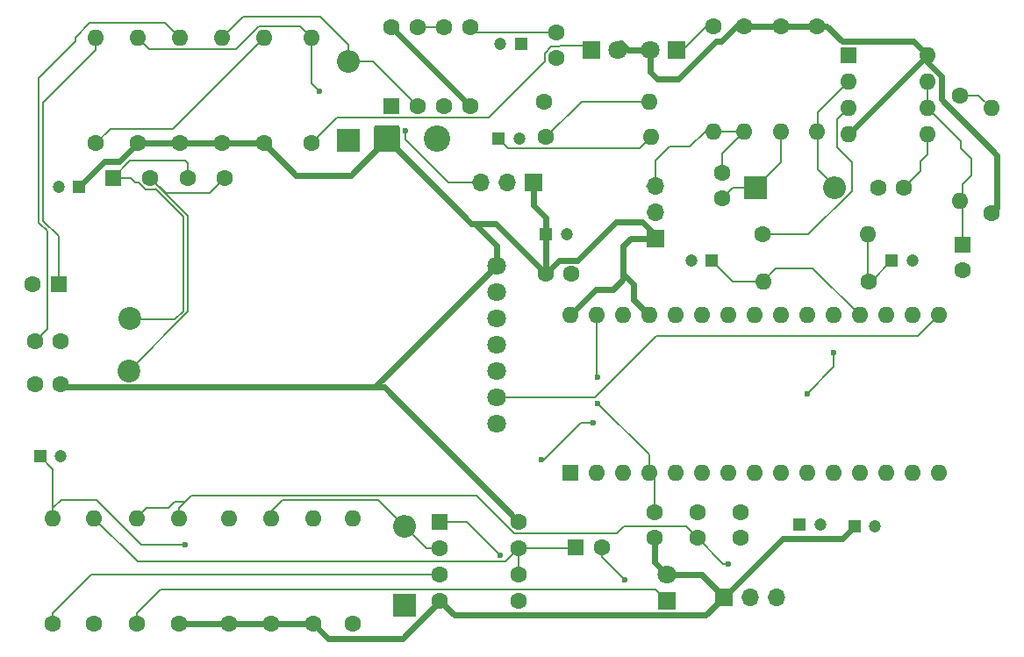
<source format=gtl>
%TF.GenerationSoftware,KiCad,Pcbnew,9.0.0*%
%TF.CreationDate,2025-03-25T19:27:28-07:00*%
%TF.ProjectId,Speedometer,53706565-646f-46d6-9574-65722e6b6963,v1*%
%TF.SameCoordinates,Original*%
%TF.FileFunction,Copper,L1,Top*%
%TF.FilePolarity,Positive*%
%FSLAX46Y46*%
G04 Gerber Fmt 4.6, Leading zero omitted, Abs format (unit mm)*
G04 Created by KiCad (PCBNEW 9.0.0) date 2025-03-25 19:27:28*
%MOMM*%
%LPD*%
G01*
G04 APERTURE LIST*
G04 Aperture macros list*
%AMRoundRect*
0 Rectangle with rounded corners*
0 $1 Rounding radius*
0 $2 $3 $4 $5 $6 $7 $8 $9 X,Y pos of 4 corners*
0 Add a 4 corners polygon primitive as box body*
4,1,4,$2,$3,$4,$5,$6,$7,$8,$9,$2,$3,0*
0 Add four circle primitives for the rounded corners*
1,1,$1+$1,$2,$3*
1,1,$1+$1,$4,$5*
1,1,$1+$1,$6,$7*
1,1,$1+$1,$8,$9*
0 Add four rect primitives between the rounded corners*
20,1,$1+$1,$2,$3,$4,$5,0*
20,1,$1+$1,$4,$5,$6,$7,0*
20,1,$1+$1,$6,$7,$8,$9,0*
20,1,$1+$1,$8,$9,$2,$3,0*%
G04 Aperture macros list end*
%TA.AperFunction,ComponentPad*%
%ADD10O,1.600000X1.600000*%
%TD*%
%TA.AperFunction,ComponentPad*%
%ADD11C,1.600000*%
%TD*%
%TA.AperFunction,ComponentPad*%
%ADD12RoundRect,0.250000X-0.550000X-0.550000X0.550000X-0.550000X0.550000X0.550000X-0.550000X0.550000X0*%
%TD*%
%TA.AperFunction,ComponentPad*%
%ADD13R,1.700000X1.700000*%
%TD*%
%TA.AperFunction,ComponentPad*%
%ADD14O,1.700000X1.700000*%
%TD*%
%TA.AperFunction,ComponentPad*%
%ADD15R,2.200000X2.200000*%
%TD*%
%TA.AperFunction,ComponentPad*%
%ADD16O,2.200000X2.200000*%
%TD*%
%TA.AperFunction,ComponentPad*%
%ADD17R,1.800000X1.800000*%
%TD*%
%TA.AperFunction,ComponentPad*%
%ADD18C,1.800000*%
%TD*%
%TA.AperFunction,ComponentPad*%
%ADD19R,1.600000X1.600000*%
%TD*%
%TA.AperFunction,ComponentPad*%
%ADD20R,1.200000X1.200000*%
%TD*%
%TA.AperFunction,ComponentPad*%
%ADD21C,1.200000*%
%TD*%
%TA.AperFunction,ComponentPad*%
%ADD22RoundRect,0.250000X0.550000X-0.550000X0.550000X0.550000X-0.550000X0.550000X-0.550000X-0.550000X0*%
%TD*%
%TA.AperFunction,ComponentPad*%
%ADD23RoundRect,0.249999X-1.025001X-1.025001X1.025001X-1.025001X1.025001X1.025001X-1.025001X1.025001X0*%
%TD*%
%TA.AperFunction,ComponentPad*%
%ADD24C,2.550000*%
%TD*%
%TA.AperFunction,ComponentPad*%
%ADD25C,2.200000*%
%TD*%
%TA.AperFunction,ViaPad*%
%ADD26C,0.600000*%
%TD*%
%TA.AperFunction,Conductor*%
%ADD27C,0.200000*%
%TD*%
%TA.AperFunction,Conductor*%
%ADD28C,0.600000*%
%TD*%
G04 APERTURE END LIST*
D10*
%TO.P,R8,2*%
%TO.N,/Filter1.2*%
X69450000Y-96600000D03*
D11*
%TO.P,R8,1*%
%TO.N,/NE555_Out2*%
X69450000Y-106760000D03*
%TD*%
D10*
%TO.P,R18,2*%
%TO.N,/Hall_Out2*%
X81600000Y-96600000D03*
D11*
%TO.P,R18,1*%
%TO.N,+5V*%
X81600000Y-106760000D03*
%TD*%
D10*
%TO.P,R16,2*%
%TO.N,/Hall_Out2*%
X77550000Y-96600000D03*
D11*
%TO.P,R16,1*%
%TO.N,Net-(D5-K)*%
X77550000Y-106760000D03*
%TD*%
D10*
%TO.P,R23,2*%
%TO.N,Net-(R23-Pad2)*%
X94550000Y-96600000D03*
D11*
%TO.P,R23,1*%
%TO.N,+5V*%
X94550000Y-106760000D03*
%TD*%
D10*
%TO.P,R19,2*%
%TO.N,/Diff2*%
X86450000Y-96600000D03*
D11*
%TO.P,R19,1*%
%TO.N,+5V*%
X86450000Y-106760000D03*
%TD*%
D10*
%TO.P,R24,2*%
%TO.N,/DIS_THR2*%
X73400000Y-96600000D03*
D11*
%TO.P,R24,1*%
%TO.N,Net-(R23-Pad2)*%
X73400000Y-106760000D03*
%TD*%
D10*
%TO.P,R22,2*%
%TO.N,/Rect2*%
X90500000Y-96600000D03*
D11*
%TO.P,R22,1*%
%TO.N,+5V*%
X90500000Y-106760000D03*
%TD*%
D10*
%TO.P,R10,2*%
%TO.N,/Nano_Input2*%
X98400000Y-96600000D03*
D11*
%TO.P,R10,1*%
%TO.N,/Filter1.2*%
X98400000Y-106760000D03*
%TD*%
D12*
%TO.P,U6,1,GND*%
%TO.N,GND*%
X106795000Y-96990000D03*
D11*
%TO.P,U6,2,TR*%
%TO.N,/Rect2*%
X106795000Y-99530000D03*
%TO.P,U6,3,Q*%
%TO.N,/NE555_Out2*%
X106795000Y-102070000D03*
%TO.P,U6,4,R*%
%TO.N,+5V*%
X106795000Y-104610000D03*
%TO.P,U6,5,CV*%
%TO.N,/CV2*%
X114415000Y-104610000D03*
%TO.P,U6,6,THR*%
%TO.N,/DIS_THR2*%
X114415000Y-102070000D03*
%TO.P,U6,7,DIS*%
X114415000Y-99530000D03*
%TO.P,U6,8,VCC*%
%TO.N,+5V*%
X114415000Y-96990000D03*
%TD*%
D13*
%TO.P,U4,1,Vcc*%
%TO.N,+5V*%
X134220000Y-104220000D03*
D14*
%TO.P,U4,2,GND*%
%TO.N,GND*%
X136760000Y-104220000D03*
%TO.P,U4,3,OUT*%
%TO.N,/Hall_Out2*%
X139300000Y-104220000D03*
%TD*%
D15*
%TO.P,D6,1,K*%
%TO.N,/Diff2*%
X103400000Y-105020000D03*
D16*
%TO.P,D6,2,A*%
%TO.N,/Rect2*%
X103400000Y-97400000D03*
%TD*%
D17*
%TO.P,D5,1,K*%
%TO.N,Net-(D5-K)*%
X128660000Y-104580000D03*
D18*
%TO.P,D5,2,A*%
%TO.N,+5V*%
X128660000Y-102040000D03*
%TD*%
D19*
%TO.P,C21,1*%
%TO.N,/DIS_THR2*%
X119900000Y-99400000D03*
D11*
%TO.P,C21,2*%
%TO.N,GND*%
X122400000Y-99400000D03*
%TD*%
%TO.P,C20,1*%
%TO.N,GND*%
X135800000Y-98500000D03*
%TO.P,C20,2*%
%TO.N,/CV2*%
X135800000Y-96000000D03*
%TD*%
%TO.P,C18,1*%
%TO.N,/Hall_Out2*%
X131650000Y-98500000D03*
%TO.P,C18,2*%
%TO.N,/Diff2*%
X131650000Y-96000000D03*
%TD*%
%TO.P,C13,1*%
%TO.N,+5V*%
X127500000Y-98500000D03*
%TO.P,C13,2*%
%TO.N,GND*%
X127500000Y-96000000D03*
%TD*%
D20*
%TO.P,C12,1*%
%TO.N,+5V*%
X146800000Y-97400000D03*
D21*
%TO.P,C12,2*%
%TO.N,GND*%
X148800000Y-97400000D03*
%TD*%
D20*
%TO.P,C9,1*%
%TO.N,/Nano_Input2*%
X141500000Y-97200000D03*
D21*
%TO.P,C9,2*%
%TO.N,GND*%
X143500000Y-97200000D03*
%TD*%
D20*
%TO.P,C7,1*%
%TO.N,/Filter1.2*%
X68200000Y-90600000D03*
D21*
%TO.P,C7,2*%
%TO.N,GND*%
X70200000Y-90600000D03*
%TD*%
D17*
%TO.P,D1,1,K*%
%TO.N,Net-(D1-K)*%
X129600000Y-51400000D03*
D18*
%TO.P,D1,2,A*%
%TO.N,+5V*%
X127060000Y-51400000D03*
%TD*%
D11*
%TO.P,C14,1*%
%TO.N,/Hall_Out1*%
X70200000Y-79550000D03*
%TO.P,C14,2*%
%TO.N,/Diff1*%
X67700000Y-79550000D03*
%TD*%
%TO.P,C2,1*%
%TO.N,+5V*%
X117000000Y-73000000D03*
%TO.P,C2,2*%
%TO.N,GND*%
X119500000Y-73000000D03*
%TD*%
%TO.P,C11,1*%
%TO.N,+5V*%
X70200000Y-83700000D03*
%TO.P,C11,2*%
%TO.N,GND*%
X67700000Y-83700000D03*
%TD*%
D20*
%TO.P,C15,1*%
%TO.N,/Filter1.1*%
X114600000Y-50800000D03*
D21*
%TO.P,C15,2*%
%TO.N,GND*%
X112600000Y-50800000D03*
%TD*%
D22*
%TO.P,U5,1,GND*%
%TO.N,GND*%
X102120000Y-56820000D03*
D11*
%TO.P,U5,2,TR*%
%TO.N,/Rect1*%
X104660000Y-56820000D03*
%TO.P,U5,3,Q*%
%TO.N,/NE555_Out1*%
X107200000Y-56820000D03*
%TO.P,U5,4,R*%
%TO.N,+5V*%
X109740000Y-56820000D03*
%TO.P,U5,5,CV*%
%TO.N,/CV1*%
X109740000Y-49200000D03*
%TO.P,U5,6,THR*%
%TO.N,/DIS_THR1*%
X107200000Y-49200000D03*
%TO.P,U5,7,DIS*%
X104660000Y-49200000D03*
%TO.P,U5,8,VCC*%
%TO.N,+5V*%
X102120000Y-49200000D03*
%TD*%
%TO.P,R1,1*%
%TO.N,Net-(D1-K)*%
X133181046Y-49094564D03*
D10*
%TO.P,R1,2*%
%TO.N,/Hall_Out*%
X133181046Y-59254564D03*
%TD*%
D11*
%TO.P,R11,1*%
%TO.N,Net-(D3-K)*%
X94400000Y-60360000D03*
D10*
%TO.P,R11,2*%
%TO.N,/Hall_Out1*%
X94400000Y-50200000D03*
%TD*%
D11*
%TO.P,R3,1*%
%TO.N,+5V*%
X139681046Y-49094564D03*
D10*
%TO.P,R3,2*%
%TO.N,/Diff*%
X139681046Y-59254564D03*
%TD*%
D19*
%TO.P,UNIT_2,1,D1/TX*%
%TO.N,unconnected-(UNIT_2-D1{slash}TX-Pad1)*%
X119340000Y-92240000D03*
D10*
%TO.P,UNIT_2,2,D0/RX*%
%TO.N,unconnected-(UNIT_2-D0{slash}RX-Pad2)*%
X121880000Y-92240000D03*
%TO.P,UNIT_2,3,RESET*%
%TO.N,unconnected-(UNIT_2-RESET-Pad3)*%
X124420000Y-92240000D03*
%TO.P,UNIT_2,4,COM/GND*%
%TO.N,GND*%
X126960000Y-92240000D03*
%TO.P,UNIT_2,5,D2*%
%TO.N,unconnected-(UNIT_2-D2-Pad5)*%
X129500000Y-92240000D03*
%TO.P,UNIT_2,6,D3*%
%TO.N,unconnected-(UNIT_2-D3-Pad6)*%
X132040000Y-92240000D03*
%TO.P,UNIT_2,7,D4*%
%TO.N,unconnected-(UNIT_2-D4-Pad7)*%
X134580000Y-92240000D03*
%TO.P,UNIT_2,8,D5*%
%TO.N,unconnected-(UNIT_2-D5-Pad8)*%
X137120000Y-92240000D03*
%TO.P,UNIT_2,9,D6*%
%TO.N,unconnected-(UNIT_2-D6-Pad9)*%
X139660000Y-92240000D03*
%TO.P,UNIT_2,10,D7*%
%TO.N,unconnected-(UNIT_2-D7-Pad10)*%
X142200000Y-92240000D03*
%TO.P,UNIT_2,11,D8*%
%TO.N,unconnected-(UNIT_2-D8-Pad11)*%
X144740000Y-92240000D03*
%TO.P,UNIT_2,12,D9*%
%TO.N,unconnected-(UNIT_2-D9-Pad12)*%
X147280000Y-92240000D03*
%TO.P,UNIT_2,13,D10*%
%TO.N,CS*%
X149820000Y-92240000D03*
%TO.P,UNIT_2,14,D11/MOSI*%
%TO.N,SI*%
X152360000Y-92240000D03*
%TO.P,UNIT_2,15,D12/MISO*%
%TO.N,SO*%
X154900000Y-92240000D03*
%TO.P,UNIT_2,16,D13/SCK*%
%TO.N,SCK*%
X154900000Y-77000000D03*
%TO.P,UNIT_2,17,3V3*%
%TO.N,unconnected-(UNIT_2-3V3-Pad17)*%
X152360000Y-77000000D03*
%TO.P,UNIT_2,18,AREF*%
%TO.N,unconnected-(UNIT_2-AREF-Pad18)*%
X149820000Y-77000000D03*
%TO.P,UNIT_2,19,A0*%
%TO.N,/Nano_Input*%
X147280000Y-77000000D03*
%TO.P,UNIT_2,20,A1*%
%TO.N,/Nano_Input1*%
X144740000Y-77000000D03*
%TO.P,UNIT_2,21,A2*%
%TO.N,/Nano_Input2*%
X142200000Y-77000000D03*
%TO.P,UNIT_2,22,A3*%
%TO.N,unconnected-(UNIT_2-A3-Pad22)*%
X139660000Y-77000000D03*
%TO.P,UNIT_2,23,A4*%
%TO.N,unconnected-(UNIT_2-A4-Pad23)*%
X137120000Y-77000000D03*
%TO.P,UNIT_2,24,A5*%
%TO.N,unconnected-(UNIT_2-A5-Pad24)*%
X134580000Y-77000000D03*
%TO.P,UNIT_2,25,A6*%
%TO.N,unconnected-(UNIT_2-A6-Pad25)*%
X132040000Y-77000000D03*
%TO.P,UNIT_2,26,A7*%
%TO.N,unconnected-(UNIT_2-A7-Pad26)*%
X129500000Y-77000000D03*
%TO.P,UNIT_2,27,+5V*%
%TO.N,+5V*%
X126960000Y-77000000D03*
%TO.P,UNIT_2,28,RESET*%
%TO.N,unconnected-(UNIT_2-RESET-Pad28)*%
X124420000Y-77000000D03*
%TO.P,UNIT_2,29,COM/GND*%
%TO.N,GND*%
X121880000Y-77000000D03*
%TO.P,UNIT_2,30,VIN*%
%TO.N,+5V*%
X119340000Y-77000000D03*
%TD*%
D20*
%TO.P,C1,1*%
%TO.N,+5V*%
X117000000Y-69200000D03*
D21*
%TO.P,C1,2*%
%TO.N,GND*%
X119000000Y-69200000D03*
%TD*%
D11*
%TO.P,R13,1*%
%TO.N,/NE555_Out1*%
X116800000Y-56400000D03*
D10*
%TO.P,R13,2*%
%TO.N,/Filter1.1*%
X126960000Y-56400000D03*
%TD*%
D11*
%TO.P,R7,1*%
%TO.N,/NE555_Out*%
X137885988Y-69238035D03*
D10*
%TO.P,R7,2*%
%TO.N,/Filter1*%
X148045988Y-69238035D03*
%TD*%
D11*
%TO.P,R12,1*%
%TO.N,+5V*%
X77650000Y-60360000D03*
D10*
%TO.P,R12,2*%
%TO.N,/Hall_Out1*%
X77650000Y-50200000D03*
%TD*%
D11*
%TO.P,C3,1*%
%TO.N,/Hall_Out*%
X134045988Y-63238035D03*
%TO.P,C3,2*%
%TO.N,/Diff*%
X134045988Y-65738035D03*
%TD*%
%TO.P,R2,1*%
%TO.N,+5V*%
X136181046Y-49094564D03*
D10*
%TO.P,R2,2*%
%TO.N,/Hall_Out*%
X136181046Y-59254564D03*
%TD*%
D11*
%TO.P,R5,1*%
%TO.N,+5V*%
X160000000Y-67200000D03*
D10*
%TO.P,R5,2*%
%TO.N,Net-(R5-Pad2)*%
X160000000Y-57040000D03*
%TD*%
D11*
%TO.P,R20,1*%
%TO.N,+5V*%
X89800000Y-60360000D03*
D10*
%TO.P,R20,2*%
%TO.N,Net-(R20-Pad2)*%
X89800000Y-50200000D03*
%TD*%
D20*
%TO.P,C6,1*%
%TO.N,/Filter1*%
X150400000Y-71738035D03*
D21*
%TO.P,C6,2*%
%TO.N,GND*%
X152400000Y-71738035D03*
%TD*%
D23*
%TO.P,J1,1,Pin_1*%
%TO.N,+5V*%
X101700000Y-60000000D03*
D24*
%TO.P,J1,2,Pin_2*%
%TO.N,GND*%
X106500000Y-60000000D03*
%TD*%
D11*
%TO.P,C17,1*%
%TO.N,GND*%
X118000000Y-52200000D03*
%TO.P,C17,2*%
%TO.N,/CV1*%
X118000000Y-49700000D03*
%TD*%
%TO.P,R6,1*%
%TO.N,Net-(R5-Pad2)*%
X157000000Y-55800000D03*
D10*
%TO.P,R6,2*%
%TO.N,/DIS_THR*%
X157000000Y-65960000D03*
%TD*%
D11*
%TO.P,R15,1*%
%TO.N,/Filter1.1*%
X117040000Y-59800000D03*
D10*
%TO.P,R15,2*%
%TO.N,/Nano_Input1*%
X127200000Y-59800000D03*
%TD*%
D12*
%TO.P,J2,1,Pin_1*%
%TO.N,Low*%
X75250000Y-63750000D03*
D11*
%TO.P,J2,2,Pin_2*%
%TO.N,High*%
X78850000Y-63750000D03*
%TO.P,J2,3,Pin_3*%
%TO.N,Low*%
X82450000Y-63750000D03*
%TO.P,J2,4,Pin_4*%
%TO.N,High*%
X86050000Y-63750000D03*
%TD*%
%TO.P,C4,1*%
%TO.N,GND*%
X149065988Y-64738035D03*
%TO.P,C4,2*%
%TO.N,/CV*%
X151565988Y-64738035D03*
%TD*%
D15*
%TO.P,D4,1,K*%
%TO.N,/Diff1*%
X98000000Y-60110000D03*
D16*
%TO.P,D4,2,A*%
%TO.N,/Rect1*%
X98000000Y-52490000D03*
%TD*%
D19*
%TO.P,U2,1,GND*%
%TO.N,GND*%
X146245988Y-51938035D03*
D10*
%TO.P,U2,2,TR*%
%TO.N,/Rect*%
X146245988Y-54478035D03*
%TO.P,U2,3,Q*%
%TO.N,/NE555_Out*%
X146245988Y-57018035D03*
%TO.P,U2,4,R*%
%TO.N,+5V*%
X146245988Y-59558035D03*
%TO.P,U2,5,CV*%
%TO.N,/CV*%
X153865988Y-59558035D03*
%TO.P,U2,6,THR*%
%TO.N,/DIS_THR*%
X153865988Y-57018035D03*
%TO.P,U2,7,DIS*%
X153865988Y-54478035D03*
%TO.P,U2,8,VCC*%
%TO.N,+5V*%
X153865988Y-51938035D03*
%TD*%
D19*
%TO.P,C5,1*%
%TO.N,/DIS_THR*%
X157200000Y-70200000D03*
D11*
%TO.P,C5,2*%
%TO.N,GND*%
X157200000Y-72700000D03*
%TD*%
D15*
%TO.P,D2,1,K*%
%TO.N,/Diff*%
X137235988Y-64738035D03*
D16*
%TO.P,D2,2,A*%
%TO.N,/Rect*%
X144855988Y-64738035D03*
%TD*%
D11*
%TO.P,R9,1*%
%TO.N,/Filter1*%
X148125988Y-73738035D03*
D10*
%TO.P,R9,2*%
%TO.N,/Nano_Input*%
X137965988Y-73738035D03*
%TD*%
D20*
%TO.P,C16,1*%
%TO.N,/Nano_Input1*%
X112427401Y-60000000D03*
D21*
%TO.P,C16,2*%
%TO.N,GND*%
X114427401Y-60000000D03*
%TD*%
D13*
%TO.P,U1,1,Vcc*%
%TO.N,+5V*%
X127600000Y-69600000D03*
D14*
%TO.P,U1,2,GND*%
%TO.N,GND*%
X127600000Y-67060000D03*
%TO.P,U1,3,OUT*%
%TO.N,/Hall_Out*%
X127600000Y-64520000D03*
%TD*%
D11*
%TO.P,R4,1*%
%TO.N,+5V*%
X143181046Y-49094564D03*
D10*
%TO.P,R4,2*%
%TO.N,/Rect*%
X143181046Y-59254564D03*
%TD*%
D13*
%TO.P,U3,1,Vcc*%
%TO.N,+5V*%
X115800000Y-64200000D03*
D14*
%TO.P,U3,2,GND*%
%TO.N,GND*%
X113260000Y-64200000D03*
%TO.P,U3,3,OUT*%
%TO.N,/Hall_Out1*%
X110720000Y-64200000D03*
%TD*%
D20*
%TO.P,C8,1*%
%TO.N,/Nano_Input*%
X133045988Y-71738035D03*
D21*
%TO.P,C8,2*%
%TO.N,GND*%
X131045988Y-71738035D03*
%TD*%
D20*
%TO.P,C10,1*%
%TO.N,+5V*%
X72000000Y-64600000D03*
D21*
%TO.P,C10,2*%
%TO.N,GND*%
X70000000Y-64600000D03*
%TD*%
D19*
%TO.P,C19,1*%
%TO.N,/DIS_THR1*%
X70000000Y-74000000D03*
D11*
%TO.P,C19,2*%
%TO.N,GND*%
X67500000Y-74000000D03*
%TD*%
D18*
%TO.P,UNIT_1,1,INT*%
%TO.N,unconnected-(UNIT_1-INT-Pad1)*%
X112260000Y-87470000D03*
%TO.P,UNIT_1,2,SCK*%
%TO.N,SCK*%
X112260000Y-84930000D03*
%TO.P,UNIT_1,3,SI*%
%TO.N,SI*%
X112260000Y-82390000D03*
%TO.P,UNIT_1,4,SO*%
%TO.N,SO*%
X112260000Y-79850000D03*
%TO.P,UNIT_1,5,CS*%
%TO.N,CS*%
X112260000Y-77310000D03*
%TO.P,UNIT_1,6,GND*%
%TO.N,GND*%
X112260000Y-74770000D03*
%TO.P,UNIT_1,7,VCC*%
%TO.N,+5V*%
X112260000Y-72230000D03*
D25*
%TO.P,UNIT_1,8,High_CAN*%
%TO.N,High*%
X76820000Y-82370000D03*
%TO.P,UNIT_1,9,Low_CAN*%
%TO.N,Low*%
X76840000Y-77290000D03*
%TD*%
D11*
%TO.P,R17,1*%
%TO.N,+5V*%
X85750000Y-60360000D03*
D10*
%TO.P,R17,2*%
%TO.N,/Rect1*%
X85750000Y-50200000D03*
%TD*%
D11*
%TO.P,R14,1*%
%TO.N,+5V*%
X81700000Y-60360000D03*
D10*
%TO.P,R14,2*%
%TO.N,/Diff1*%
X81700000Y-50200000D03*
%TD*%
D11*
%TO.P,R21,1*%
%TO.N,Net-(R20-Pad2)*%
X73600000Y-60360000D03*
D10*
%TO.P,R21,2*%
%TO.N,/DIS_THR1*%
X73600000Y-50200000D03*
%TD*%
D17*
%TO.P,D3,1,K*%
%TO.N,Net-(D3-K)*%
X121400000Y-51400000D03*
D18*
%TO.P,D3,2,A*%
%TO.N,+5V*%
X123940000Y-51400000D03*
%TD*%
D26*
%TO.N,GND*%
X124600000Y-102600000D03*
X112600000Y-100200000D03*
%TO.N,/Nano_Input2*%
X142200000Y-84600000D03*
X121600000Y-87400000D03*
X116600000Y-91000000D03*
X144800000Y-80600000D03*
%TO.N,/Hall_Out2*%
X134600000Y-101000000D03*
%TO.N,/Filter1.2*%
X82200000Y-99200000D03*
%TO.N,GND*%
X122000000Y-85500000D03*
X122000000Y-83000000D03*
%TO.N,/Hall_Out1*%
X103475000Y-59203603D03*
X95200000Y-55400000D03*
%TD*%
D27*
%TO.N,GND*%
X122400000Y-100400000D02*
X124600000Y-102600000D01*
X122400000Y-99400000D02*
X122400000Y-100400000D01*
X109390000Y-96990000D02*
X112600000Y-100200000D01*
X106795000Y-96990000D02*
X109390000Y-96990000D01*
%TO.N,/Hall_Out1*%
X103475000Y-60075000D02*
X103475000Y-59203603D01*
X107600000Y-64200000D02*
X103475000Y-60075000D01*
X110720000Y-64200000D02*
X107600000Y-64200000D01*
%TO.N,Net-(R20-Pad2)*%
X81050000Y-59000000D02*
X89800000Y-50250000D01*
X73600000Y-60410000D02*
X75010000Y-59000000D01*
X75010000Y-59000000D02*
X81050000Y-59000000D01*
%TO.N,/Hall_Out1*%
X87141950Y-51351000D02*
X78751000Y-51351000D01*
X78751000Y-51351000D02*
X77650000Y-50250000D01*
X87141950Y-51301000D02*
X87141950Y-51351000D01*
X89343950Y-49099000D02*
X87141950Y-51301000D01*
X93299000Y-49099000D02*
X89343950Y-49099000D01*
X94400000Y-50200000D02*
X93299000Y-49099000D01*
%TO.N,/Rect1*%
X98000000Y-50934366D02*
X98000000Y-52490000D01*
X95265634Y-48200000D02*
X98000000Y-50934366D01*
X85750000Y-50250000D02*
X87800000Y-48200000D01*
X87800000Y-48200000D02*
X95265634Y-48200000D01*
%TO.N,GND*%
X127500000Y-92780000D02*
X126960000Y-92240000D01*
X127500000Y-96000000D02*
X127500000Y-92780000D01*
%TO.N,/Filter1.2*%
X73619000Y-94819000D02*
X70271000Y-94819000D01*
X78000000Y-99200000D02*
X73619000Y-94819000D01*
X82200000Y-99200000D02*
X78000000Y-99200000D01*
X70271000Y-94819000D02*
X69450000Y-95640000D01*
%TO.N,/Diff1*%
X68899000Y-78351000D02*
X67700000Y-79550000D01*
X68098000Y-68065100D02*
X68899000Y-68866100D01*
X71600000Y-50600000D02*
X68098000Y-54102000D01*
X68899000Y-68866100D02*
X68899000Y-78351000D01*
X73000000Y-48800000D02*
X71600000Y-50200000D01*
X80250000Y-48800000D02*
X73000000Y-48800000D01*
X71600000Y-50200000D02*
X71600000Y-50600000D01*
X68098000Y-54102000D02*
X68098000Y-68065100D01*
X81700000Y-50250000D02*
X80250000Y-48800000D01*
D28*
%TO.N,+5V*%
X127600000Y-69292047D02*
X127600000Y-69600000D01*
X120069946Y-71730054D02*
X123800000Y-68000000D01*
X120038892Y-71699000D02*
X120069946Y-71730054D01*
X123800000Y-68000000D02*
X126307953Y-68000000D01*
X118301000Y-71699000D02*
X120038892Y-71699000D01*
X117000000Y-73000000D02*
X118301000Y-71699000D01*
X126307953Y-68000000D02*
X127600000Y-69292047D01*
X132459000Y-105981000D02*
X134220000Y-104220000D01*
X108166000Y-105981000D02*
X132459000Y-105981000D01*
X106795000Y-104610000D02*
X108166000Y-105981000D01*
X103205000Y-108200000D02*
X95990000Y-108200000D01*
X106795000Y-104610000D02*
X103205000Y-108200000D01*
X95990000Y-108200000D02*
X94550000Y-106760000D01*
D27*
%TO.N,/Hall_Out2*%
X81600000Y-95640000D02*
X82320000Y-94920000D01*
X81600000Y-96600000D02*
X81600000Y-95640000D01*
X82320000Y-94920000D02*
X82240000Y-95000000D01*
%TO.N,Net-(R5-Pad2)*%
X157000000Y-55800000D02*
X158760000Y-55800000D01*
X158760000Y-55800000D02*
X160000000Y-57040000D01*
D28*
%TO.N,+5V*%
X160545988Y-61545988D02*
X160545988Y-66654012D01*
X160545988Y-66654012D02*
X160000000Y-67200000D01*
X155200000Y-56200000D02*
X160545988Y-61545988D01*
X155200000Y-55049939D02*
X155200000Y-56200000D01*
X155166988Y-53939143D02*
X155166988Y-55016927D01*
X153865988Y-52638143D02*
X155166988Y-53939143D01*
X153865988Y-51938035D02*
X153865988Y-52638143D01*
X155166988Y-55016927D02*
X155200000Y-55049939D01*
D27*
%TO.N,/DIS_THR*%
X157045988Y-60198035D02*
X153865988Y-57018035D01*
X157045988Y-60898035D02*
X157045988Y-60198035D01*
X158045988Y-61898035D02*
X157045988Y-60898035D01*
X158045988Y-63554012D02*
X158045988Y-61898035D01*
X157200000Y-64400000D02*
X158045988Y-63554012D01*
X157200000Y-70200000D02*
X157200000Y-64400000D01*
%TO.N,/Filter1*%
X150400000Y-71738035D02*
X148400000Y-73738035D01*
X148400000Y-73738035D02*
X148125988Y-73738035D01*
%TO.N,/DIS_THR1*%
X73600000Y-51400000D02*
X73600000Y-50250000D01*
X68499000Y-67899000D02*
X68499000Y-56501000D01*
X70000000Y-69400000D02*
X68499000Y-67899000D01*
X70000000Y-74000000D02*
X70000000Y-69400000D01*
X68499000Y-56501000D02*
X73600000Y-51400000D01*
%TO.N,/DIS_THR2*%
X77600000Y-100800000D02*
X73400000Y-96600000D01*
X113145000Y-100800000D02*
X77600000Y-100800000D01*
X114415000Y-99530000D02*
X113145000Y-100800000D01*
D28*
%TO.N,+5V*%
X81600000Y-106760000D02*
X86450000Y-106760000D01*
X90500000Y-106760000D02*
X86450000Y-106760000D01*
X94550000Y-106760000D02*
X90500000Y-106760000D01*
D27*
%TO.N,Net-(D5-K)*%
X77550000Y-105800000D02*
X77550000Y-106760000D01*
%TO.N,/NE555_Out2*%
X69450000Y-105800000D02*
X69450000Y-106760000D01*
%TO.N,/Hall_Out2*%
X80560000Y-95640000D02*
X78510000Y-95640000D01*
X78510000Y-95640000D02*
X77550000Y-96600000D01*
X82240000Y-95000000D02*
X81200000Y-95000000D01*
X81200000Y-95000000D02*
X80560000Y-95640000D01*
X82822000Y-94418000D02*
X82320000Y-94920000D01*
X110285950Y-94418000D02*
X82822000Y-94418000D01*
X113958950Y-98091000D02*
X110285950Y-94418000D01*
X130549000Y-97399000D02*
X124543950Y-97399000D01*
X131650000Y-98500000D02*
X130549000Y-97399000D01*
X124543950Y-97399000D02*
X123851950Y-98091000D01*
X123851950Y-98091000D02*
X113958950Y-98091000D01*
%TO.N,/Filter1.2*%
X69450000Y-95640000D02*
X69450000Y-96600000D01*
D28*
%TO.N,+5V*%
X145600000Y-98600000D02*
X139840000Y-98600000D01*
X139840000Y-98600000D02*
X134220000Y-104220000D01*
X146800000Y-97400000D02*
X145600000Y-98600000D01*
D27*
%TO.N,Low*%
X81222900Y-77400000D02*
X76950000Y-77400000D01*
X82000000Y-76622900D02*
X81222900Y-77400000D01*
X82000000Y-67467100D02*
X82000000Y-76622900D01*
X78393950Y-64851000D02*
X79306050Y-64851000D01*
X77406050Y-64206050D02*
X77749000Y-64206050D01*
X77749000Y-64206050D02*
X78393950Y-64851000D01*
X79344975Y-64812075D02*
X82000000Y-67467100D01*
X76950000Y-63750000D02*
X77406050Y-64206050D01*
X79306050Y-64851000D02*
X79344975Y-64812075D01*
X75250000Y-63750000D02*
X76950000Y-63750000D01*
X76950000Y-77400000D02*
X76840000Y-77290000D01*
%TO.N,/Nano_Input2*%
X120400000Y-87400000D02*
X121600000Y-87400000D01*
X116600000Y-91000000D02*
X116800000Y-91000000D01*
X116800000Y-91000000D02*
X120400000Y-87400000D01*
X144800000Y-82000000D02*
X142200000Y-84600000D01*
X144800000Y-80600000D02*
X144800000Y-82000000D01*
%TO.N,/Hall_Out2*%
X134600000Y-101000000D02*
X134150000Y-101000000D01*
X134150000Y-101000000D02*
X131650000Y-98500000D01*
D28*
%TO.N,+5V*%
X132040000Y-102040000D02*
X134220000Y-104220000D01*
X128660000Y-102040000D02*
X132040000Y-102040000D01*
X127500000Y-100880000D02*
X128660000Y-102040000D01*
X127500000Y-98500000D02*
X127500000Y-100880000D01*
X101396000Y-83971000D02*
X114415000Y-96990000D01*
X100519000Y-83971000D02*
X101396000Y-83971000D01*
D27*
%TO.N,/Rect2*%
X105530000Y-99530000D02*
X103400000Y-97400000D01*
X106795000Y-99530000D02*
X105530000Y-99530000D01*
%TO.N,/DIS_THR2*%
X119770000Y-99530000D02*
X119900000Y-99400000D01*
X114415000Y-99530000D02*
X119770000Y-99530000D01*
X114415000Y-102070000D02*
X114415000Y-99530000D01*
%TO.N,Net-(D5-K)*%
X127589000Y-103509000D02*
X128660000Y-104580000D01*
X79841000Y-103509000D02*
X127589000Y-103509000D01*
X77550000Y-105800000D02*
X79841000Y-103509000D01*
%TO.N,/Rect2*%
X91601000Y-94819000D02*
X100819000Y-94819000D01*
X100819000Y-94819000D02*
X103400000Y-97400000D01*
X90500000Y-95920000D02*
X91601000Y-94819000D01*
%TO.N,/NE555_Out2*%
X73180000Y-102070000D02*
X106795000Y-102070000D01*
X69450000Y-105800000D02*
X73180000Y-102070000D01*
%TO.N,/Filter1.2*%
X69450000Y-95640000D02*
X69450000Y-91850000D01*
X69450000Y-91850000D02*
X68200000Y-90600000D01*
D28*
%TO.N,+5V*%
X124957953Y-51400000D02*
X127060000Y-51400000D01*
X124307953Y-50750000D02*
X124957953Y-51400000D01*
X124190000Y-50750000D02*
X124307953Y-50750000D01*
X123940000Y-51400000D02*
X123940000Y-51000000D01*
X123940000Y-51000000D02*
X124190000Y-50750000D01*
D27*
%TO.N,Net-(D3-K)*%
X118400000Y-51000000D02*
X121000000Y-51000000D01*
X118301000Y-51099000D02*
X118400000Y-51000000D01*
X121000000Y-51000000D02*
X121400000Y-51400000D01*
X116899000Y-51743950D02*
X117543950Y-51099000D01*
X117543950Y-51099000D02*
X118301000Y-51099000D01*
X111479000Y-57921000D02*
X116899000Y-52501000D01*
X96839000Y-57921000D02*
X111479000Y-57921000D01*
X116899000Y-52501000D02*
X116899000Y-51743950D01*
X94400000Y-60360000D02*
X96839000Y-57921000D01*
%TO.N,/CV*%
X153865988Y-61510082D02*
X153865988Y-59558035D01*
X153200000Y-62176070D02*
X153865988Y-61510082D01*
X153200000Y-63104023D02*
X153200000Y-62176070D01*
X151565988Y-64738035D02*
X153200000Y-63104023D01*
%TO.N,GND*%
X122000000Y-83000000D02*
X121880000Y-82880000D01*
X121880000Y-82880000D02*
X121880000Y-77000000D01*
X126960000Y-90460000D02*
X122000000Y-85500000D01*
X126960000Y-92240000D02*
X126960000Y-90460000D01*
%TO.N,Net-(D1-K)*%
X133181046Y-49094564D02*
X132529459Y-49094564D01*
X132529459Y-49094564D02*
X130224023Y-51400000D01*
X130224023Y-51400000D02*
X129600000Y-51400000D01*
D28*
%TO.N,+5V*%
X75860000Y-62200000D02*
X77650000Y-60410000D01*
X70200000Y-83700000D02*
X70471000Y-83971000D01*
X110150000Y-68150000D02*
X112150000Y-68150000D01*
X72000000Y-64600000D02*
X74400000Y-62200000D01*
X124500000Y-73500000D02*
X124500000Y-73000000D01*
X129757953Y-54242047D02*
X127800000Y-54242047D01*
X110150000Y-68150000D02*
X109850000Y-68150000D01*
X74400000Y-62200000D02*
X75860000Y-62200000D01*
X153865988Y-51938035D02*
X152505988Y-50578035D01*
X124500000Y-70284023D02*
X124500000Y-73000000D01*
X133911454Y-50578035D02*
X133421965Y-50578035D01*
X139681046Y-49094564D02*
X143181046Y-49094564D01*
X125500000Y-74000000D02*
X125500000Y-75540000D01*
X109850000Y-68150000D02*
X101700000Y-60000000D01*
X152505988Y-50578035D02*
X145625956Y-50578035D01*
X127800000Y-54242047D02*
X127060000Y-53502047D01*
X127060000Y-53502047D02*
X127060000Y-51400000D01*
X136181046Y-49094564D02*
X135394925Y-49094564D01*
X135394925Y-49094564D02*
X133911454Y-50578035D01*
X124500000Y-73000000D02*
X125500000Y-74000000D01*
X100519000Y-83971000D02*
X112260000Y-72230000D01*
X119340000Y-77000000D02*
X121840000Y-74500000D01*
X89800000Y-60410000D02*
X92890000Y-63500000D01*
X77650000Y-60410000D02*
X81700000Y-60410000D01*
X85750000Y-60410000D02*
X81700000Y-60410000D01*
X102120000Y-49200000D02*
X109740000Y-56820000D01*
X98200000Y-63500000D02*
X101700000Y-60000000D01*
X146245988Y-59558035D02*
X153865988Y-51938035D01*
X136181046Y-49094564D02*
X139681046Y-49094564D01*
X85750000Y-60410000D02*
X89800000Y-60410000D01*
X110150000Y-68150000D02*
X112260000Y-70260000D01*
X112150000Y-68150000D02*
X117000000Y-73000000D01*
X144142485Y-49094564D02*
X143181046Y-49094564D01*
X145625956Y-50578035D02*
X144142485Y-49094564D01*
X117000000Y-67600000D02*
X117000000Y-73000000D01*
X115800000Y-64200000D02*
X115800000Y-66400000D01*
X121840000Y-74500000D02*
X123500000Y-74500000D01*
X115800000Y-66400000D02*
X117000000Y-67600000D01*
X70471000Y-83971000D02*
X100519000Y-83971000D01*
X127600000Y-69600000D02*
X125184023Y-69600000D01*
X125500000Y-75540000D02*
X126960000Y-77000000D01*
X112260000Y-70260000D02*
X112260000Y-72230000D01*
X133421965Y-50578035D02*
X129757953Y-54242047D01*
X123500000Y-74500000D02*
X124500000Y-73500000D01*
X125184023Y-69600000D02*
X124500000Y-70284023D01*
X92890000Y-63500000D02*
X98200000Y-63500000D01*
D27*
%TO.N,/Nano_Input*%
X137965988Y-73738035D02*
X135045988Y-73738035D01*
X135045988Y-73738035D02*
X133045988Y-71738035D01*
X139204023Y-72500000D02*
X142780000Y-72500000D01*
X142780000Y-72500000D02*
X147280000Y-77000000D01*
X137965988Y-73738035D02*
X139204023Y-72500000D01*
%TO.N,SCK*%
X152900000Y-79000000D02*
X154900000Y-77000000D01*
X127651471Y-79000000D02*
X152900000Y-79000000D01*
X121721471Y-84930000D02*
X127651471Y-79000000D01*
X112260000Y-84930000D02*
X121721471Y-84930000D01*
%TO.N,/NE555_Out*%
X146545988Y-62238035D02*
X146545988Y-65027934D01*
X142335887Y-69238035D02*
X146545988Y-65027934D01*
X145145988Y-58118035D02*
X145145988Y-60838035D01*
X146245988Y-57018035D02*
X145145988Y-58118035D01*
X137885988Y-69238035D02*
X142335887Y-69238035D01*
X145145988Y-60838035D02*
X146545988Y-62238035D01*
%TO.N,/Diff*%
X139681046Y-59254564D02*
X139681046Y-62292977D01*
X137048035Y-64738035D02*
X137235988Y-64738035D01*
X135045988Y-64738035D02*
X134045988Y-65738035D01*
X137235988Y-64738035D02*
X135045988Y-64738035D01*
X139681046Y-62292977D02*
X137235988Y-64738035D01*
%TO.N,/Hall_Out*%
X133181046Y-59254564D02*
X132394925Y-59254564D01*
X134045988Y-61389622D02*
X136181046Y-59254564D01*
X132394925Y-59254564D02*
X130911454Y-60738035D01*
X133181046Y-59254564D02*
X136181046Y-59254564D01*
X130911454Y-60738035D02*
X128965988Y-60738035D01*
X128965988Y-60738035D02*
X127600000Y-62104023D01*
X134045988Y-63238035D02*
X134045988Y-61389622D01*
X127600000Y-62104023D02*
X127600000Y-64520000D01*
X127600000Y-64520000D02*
X126720000Y-64520000D01*
%TO.N,/DIS_THR*%
X153865988Y-57018035D02*
X153865988Y-54478035D01*
%TO.N,/Filter1*%
X148045988Y-73658035D02*
X148125988Y-73738035D01*
X148045988Y-69238035D02*
X148045988Y-73658035D01*
%TO.N,/Rect*%
X143268705Y-59342223D02*
X143268705Y-62960752D01*
X143268705Y-59166905D02*
X143268705Y-57455318D01*
X143181046Y-59254564D02*
X143268705Y-59166905D01*
X143181046Y-59254564D02*
X143268705Y-59342223D01*
X144855988Y-64548035D02*
X144855988Y-64738035D01*
X143268705Y-62960752D02*
X144855988Y-64548035D01*
X143268705Y-57455318D02*
X146245988Y-54478035D01*
%TO.N,/Hall_Out1*%
X95200000Y-55400000D02*
X94400000Y-54600000D01*
X94400000Y-54600000D02*
X94400000Y-50200000D01*
%TO.N,High*%
X82500000Y-67400000D02*
X82500000Y-76690000D01*
X82500000Y-76690000D02*
X76820000Y-82370000D01*
X78850000Y-63750000D02*
X80350000Y-65250000D01*
X84550000Y-65250000D02*
X86050000Y-63750000D01*
X80350000Y-65250000D02*
X84550000Y-65250000D01*
X78850000Y-63750000D02*
X82500000Y-67400000D01*
%TO.N,Low*%
X75250000Y-63750000D02*
X76875000Y-62125000D01*
X82225000Y-62125000D02*
X82450000Y-62350000D01*
X82450000Y-62350000D02*
X82450000Y-63750000D01*
X76875000Y-62125000D02*
X82225000Y-62125000D01*
%TO.N,/CV1*%
X109800000Y-49200000D02*
X110300000Y-49700000D01*
X110300000Y-49700000D02*
X118000000Y-49700000D01*
X109740000Y-49200000D02*
X109800000Y-49200000D01*
%TO.N,/DIS_THR1*%
X104660000Y-49200000D02*
X107200000Y-49200000D01*
%TO.N,/Rect1*%
X100330000Y-52490000D02*
X98000000Y-52490000D01*
X104660000Y-56820000D02*
X100330000Y-52490000D01*
%TO.N,/Nano_Input1*%
X112427401Y-60000000D02*
X113328401Y-60901000D01*
X126099000Y-60901000D02*
X127200000Y-59800000D01*
X113328401Y-60901000D02*
X126099000Y-60901000D01*
%TO.N,/Filter1.1*%
X120440000Y-56400000D02*
X117040000Y-59800000D01*
X126960000Y-56400000D02*
X120440000Y-56400000D01*
%TD*%
M02*

</source>
